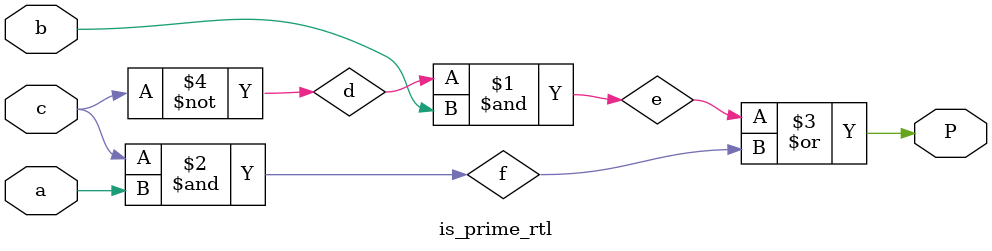
<source format=v>
/*
    if input is prime (2, 3, 5, 7)
        return 1
    else
        return 0
*/

module is_prime_rtl(
    input c,
    input b,
    input a,
    output P
  );

  wire d, e, f;

  not not1(d,c);
  and and1(e,d,b);
  and and2(f,c,a);
  or or1(P,e,f);

endmodule

</source>
